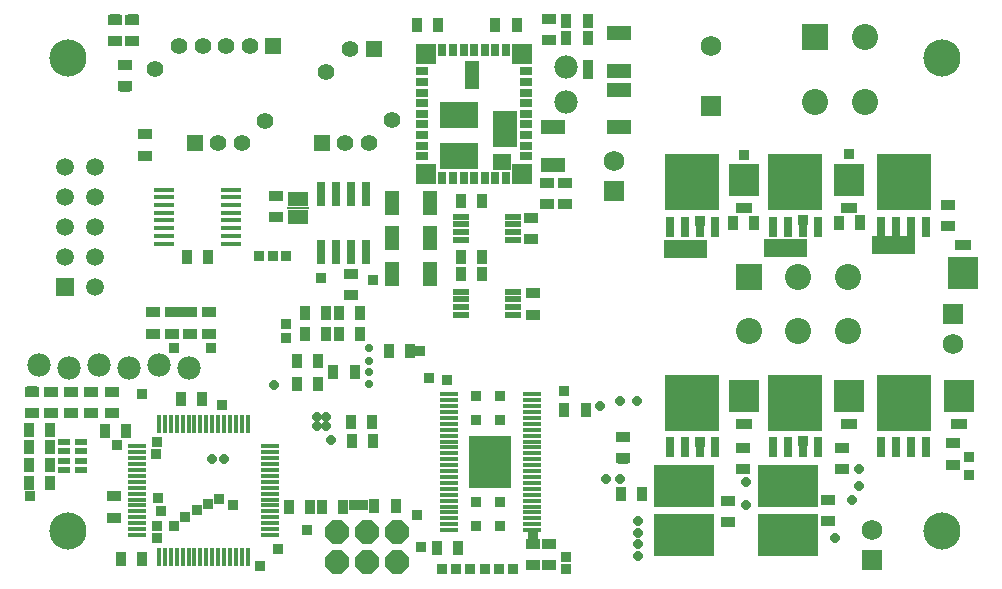
<source format=gts>
G75*
%MOIN*%
%OFA0B0*%
%FSLAX24Y24*%
%IPPOS*%
%LPD*%
%AMOC8*
5,1,8,0,0,1.08239X$1,22.5*
%
%ADD10R,0.0512X0.0355*%
%ADD11C,0.0780*%
%ADD12R,0.0355X0.0512*%
%ADD13R,0.0434X0.0237*%
%ADD14R,0.0260X0.0820*%
%ADD15R,0.0670X0.0500*%
%ADD16R,0.0720X0.0060*%
%ADD17C,0.1240*%
%ADD18C,0.0690*%
%ADD19R,0.0690X0.0690*%
%ADD20R,0.0700X0.0180*%
%ADD21C,0.0276*%
%ADD22R,0.0591X0.0158*%
%ADD23R,0.1410X0.1780*%
%ADD24C,0.0555*%
%ADD25R,0.0555X0.0555*%
%ADD26C,0.0552*%
%ADD27R,0.0867X0.0867*%
%ADD28C,0.0867*%
%ADD29R,0.0150X0.0620*%
%ADD30R,0.0620X0.0150*%
%ADD31OC8,0.0780*%
%ADD32R,0.0594X0.0594*%
%ADD33C,0.0594*%
%ADD34R,0.0670X0.0710*%
%ADD35R,0.0410X0.0280*%
%ADD36R,0.0280X0.0410*%
%ADD37R,0.0473X0.0926*%
%ADD38R,0.0843X0.1241*%
%ADD39R,0.1260X0.0906*%
%ADD40R,0.0591X0.0528*%
%ADD41R,0.0512X0.0827*%
%ADD42R,0.0827X0.0512*%
%ADD43R,0.0276X0.0690*%
%ADD44R,0.1812X0.1851*%
%ADD45R,0.0437X0.0437*%
%ADD46R,0.2040X0.1420*%
%ADD47R,0.1040X0.1091*%
%ADD48R,0.0540X0.0340*%
%ADD49R,0.0580X0.0220*%
%ADD50OC8,0.0317*%
%ADD51R,0.0317X0.0317*%
D10*
X003320Y005609D03*
X003320Y006317D03*
X003243Y009093D03*
X002550Y009093D03*
X001883Y009093D03*
X001224Y009093D03*
X000592Y009093D03*
X000592Y009802D03*
X001224Y009802D03*
X001883Y009802D03*
X002550Y009802D03*
X003243Y009802D03*
X004599Y011750D03*
X005229Y011750D03*
X005859Y011750D03*
X006489Y011750D03*
X006489Y012459D03*
X005859Y012459D03*
X005229Y012459D03*
X004599Y012459D03*
X008724Y015623D03*
X008724Y016331D03*
X011218Y013731D03*
X011218Y013022D03*
X017277Y013089D03*
X017277Y012380D03*
X017218Y014900D03*
X017218Y015609D03*
X017751Y016061D03*
X018342Y016061D03*
X018342Y016770D03*
X017751Y016770D03*
X017798Y021534D03*
X017798Y022243D03*
X004353Y018384D03*
X004353Y017676D03*
X003684Y019998D03*
X003684Y020707D03*
X003920Y021495D03*
X003349Y021495D03*
X003349Y022203D03*
X003920Y022203D03*
X020269Y008306D03*
X020269Y007597D03*
X023773Y006160D03*
X023773Y005451D03*
X024285Y007223D03*
X024285Y007932D03*
X027119Y006199D03*
X027119Y005491D03*
X027592Y007223D03*
X027592Y007932D03*
X031292Y008089D03*
X031292Y007380D03*
X031096Y015333D03*
X031096Y016042D03*
X017828Y004743D03*
X017277Y004743D03*
X017277Y004034D03*
X017828Y004034D03*
D11*
X005824Y010608D03*
X004824Y010708D03*
X003824Y010608D03*
X002824Y010708D03*
X001824Y010608D03*
X000824Y010708D03*
X018389Y019480D03*
X018389Y020620D03*
D12*
X018389Y021613D03*
X018389Y022164D03*
X019098Y022164D03*
X019098Y021613D03*
X016735Y022026D03*
X016027Y022026D03*
X014117Y022046D03*
X013409Y022046D03*
X014875Y016180D03*
X015584Y016180D03*
X015584Y014290D03*
X014875Y014290D03*
X014875Y013719D03*
X015584Y013719D03*
X013186Y011182D03*
X012477Y011182D03*
X011519Y011731D03*
X010810Y011731D03*
X010377Y011731D03*
X009668Y011731D03*
X009668Y012439D03*
X010377Y012439D03*
X010810Y012439D03*
X011519Y012439D03*
X010111Y010845D03*
X010623Y010451D03*
X010111Y010058D03*
X009403Y010058D03*
X009403Y010845D03*
X011332Y010451D03*
X011218Y008813D03*
X011229Y008176D03*
X011938Y008176D03*
X011926Y008813D03*
X011989Y005991D03*
X012698Y005991D03*
X010954Y005983D03*
X010245Y005983D03*
X009849Y005977D03*
X009141Y005977D03*
X006255Y009552D03*
X005546Y009552D03*
X003725Y008502D03*
X003017Y008502D03*
X001194Y008542D03*
X000485Y008542D03*
X000485Y007951D03*
X000485Y007361D03*
X001194Y007361D03*
X001194Y007951D03*
X001194Y006770D03*
X000485Y006770D03*
X003548Y004237D03*
X004257Y004237D03*
X014072Y004605D03*
X014781Y004605D03*
X020198Y006396D03*
X020907Y006396D03*
X019029Y009191D03*
X018320Y009191D03*
X023930Y015432D03*
X024639Y015432D03*
X027474Y015432D03*
X028182Y015432D03*
X006458Y014306D03*
X005749Y014306D03*
D13*
X002198Y008138D03*
X002198Y007823D03*
X002198Y007508D03*
X002198Y007193D03*
X001647Y007193D03*
X001647Y007508D03*
X001647Y007823D03*
X001647Y008138D03*
D14*
X010216Y014475D03*
X010716Y014475D03*
X011216Y014475D03*
X011716Y014475D03*
X011716Y016415D03*
X011216Y016415D03*
X010716Y016415D03*
X010216Y016415D03*
D15*
X009436Y016249D03*
X009436Y015649D03*
D16*
X009436Y015949D03*
D17*
X001765Y020924D03*
X001765Y005176D03*
X030899Y005176D03*
X030899Y020924D03*
D18*
X023223Y021320D03*
X019993Y017497D03*
X031292Y011408D03*
X028576Y005203D03*
D19*
X028576Y004203D03*
X031292Y012408D03*
X023223Y019320D03*
X019993Y016497D03*
D20*
X007204Y016548D03*
X007204Y016288D03*
X007204Y016028D03*
X007204Y015778D03*
X007204Y015518D03*
X007204Y015268D03*
X007204Y015008D03*
X007204Y014748D03*
X004984Y014748D03*
X004984Y015008D03*
X004984Y015268D03*
X004984Y015518D03*
X004984Y015778D03*
X004984Y016028D03*
X004984Y016288D03*
X004984Y016548D03*
D21*
X011816Y011266D03*
X011812Y010833D03*
X011812Y010451D03*
X011804Y010077D03*
D22*
X014462Y009723D03*
X014462Y009526D03*
X014462Y009329D03*
X014462Y009132D03*
X014462Y008936D03*
X014462Y008739D03*
X014462Y008542D03*
X014462Y008345D03*
X014462Y008148D03*
X014462Y007951D03*
X014462Y007754D03*
X014462Y007558D03*
X014462Y007361D03*
X014462Y007164D03*
X014462Y006967D03*
X014462Y006770D03*
X014462Y006573D03*
X014462Y006376D03*
X014462Y006180D03*
X014462Y005983D03*
X014462Y005786D03*
X014462Y005589D03*
X014462Y005392D03*
X014462Y005195D03*
X017257Y005195D03*
X017257Y005392D03*
X017257Y005589D03*
X017257Y005786D03*
X017257Y005983D03*
X017257Y006180D03*
X017257Y006376D03*
X017257Y006573D03*
X017257Y006770D03*
X017257Y006967D03*
X017257Y007164D03*
X017257Y007361D03*
X017257Y007558D03*
X017257Y007754D03*
X017257Y007951D03*
X017257Y008148D03*
X017257Y008345D03*
X017257Y008542D03*
X017257Y008739D03*
X017257Y008936D03*
X017257Y009132D03*
X017257Y009329D03*
X017257Y009526D03*
X017257Y009723D03*
D23*
X015859Y007459D03*
D24*
X011804Y018109D03*
X011017Y018109D03*
X007572Y018089D03*
X006785Y018089D03*
X011174Y021219D03*
X007838Y021317D03*
X007050Y021317D03*
X006263Y021317D03*
X005475Y021317D03*
D25*
X008625Y021317D03*
X011962Y021219D03*
X010229Y018109D03*
X005997Y018089D03*
D26*
X008359Y018837D03*
X010387Y020471D03*
X012592Y018857D03*
X004688Y020569D03*
D27*
X024462Y013621D03*
X026676Y021632D03*
D28*
X028330Y021632D03*
X028330Y019467D03*
X026676Y019467D03*
X026115Y013621D03*
X027769Y013621D03*
X027769Y011849D03*
X026115Y011849D03*
X024462Y011849D03*
D29*
X007772Y008724D03*
X007572Y008724D03*
X007372Y008724D03*
X007182Y008724D03*
X006982Y008724D03*
X006782Y008724D03*
X006592Y008724D03*
X006392Y008724D03*
X006192Y008724D03*
X005992Y008724D03*
X005802Y008724D03*
X005602Y008724D03*
X005402Y008724D03*
X005212Y008724D03*
X005012Y008724D03*
X004812Y008724D03*
X004812Y004304D03*
X005012Y004304D03*
X005212Y004304D03*
X005402Y004304D03*
X005602Y004304D03*
X005802Y004304D03*
X005992Y004304D03*
X006192Y004304D03*
X006392Y004304D03*
X006592Y004304D03*
X006782Y004304D03*
X006982Y004304D03*
X007182Y004304D03*
X007372Y004304D03*
X007572Y004304D03*
X007772Y004304D03*
D30*
X008502Y005034D03*
X008502Y005234D03*
X008502Y005434D03*
X008502Y005624D03*
X008502Y005824D03*
X008502Y006024D03*
X008502Y006214D03*
X008502Y006414D03*
X008502Y006614D03*
X008502Y006814D03*
X008502Y007004D03*
X008502Y007204D03*
X008502Y007404D03*
X008502Y007594D03*
X008502Y007794D03*
X008502Y007994D03*
X004082Y007994D03*
X004082Y007794D03*
X004082Y007594D03*
X004082Y007404D03*
X004082Y007204D03*
X004082Y007004D03*
X004082Y006814D03*
X004082Y006614D03*
X004082Y006414D03*
X004082Y006214D03*
X004082Y006024D03*
X004082Y005824D03*
X004082Y005624D03*
X004082Y005434D03*
X004082Y005234D03*
X004082Y005034D03*
D31*
X010755Y005124D03*
X011755Y005124D03*
X012755Y005124D03*
X012755Y004124D03*
X011755Y004124D03*
X010755Y004124D03*
D32*
X001678Y013304D03*
D33*
X002678Y013304D03*
X002678Y014304D03*
X001678Y014304D03*
X001678Y015304D03*
X002678Y015304D03*
X002678Y016304D03*
X001678Y016304D03*
X001678Y017304D03*
X002678Y017304D03*
D34*
X013704Y017081D03*
X016924Y017081D03*
X016924Y021061D03*
X013704Y021061D03*
D35*
X013574Y020491D03*
X013574Y020131D03*
X013574Y019781D03*
X013574Y019421D03*
X013574Y019071D03*
X013574Y018721D03*
X013574Y018361D03*
X013574Y018011D03*
X013574Y017651D03*
X017054Y017651D03*
X017054Y018011D03*
X017054Y018361D03*
X017054Y018721D03*
X017054Y019071D03*
X017054Y019421D03*
X017054Y019781D03*
X017054Y020131D03*
X017054Y020491D03*
D36*
X016374Y021211D03*
X016024Y021211D03*
X015664Y021211D03*
X015314Y021211D03*
X014964Y021211D03*
X014604Y021211D03*
X014254Y021211D03*
X014254Y016931D03*
X014604Y016931D03*
X014964Y016931D03*
X015314Y016931D03*
X015664Y016931D03*
X016024Y016931D03*
X016374Y016931D03*
D37*
X015231Y020373D03*
D38*
X016361Y018554D03*
D39*
X014806Y019030D03*
X014806Y017660D03*
D40*
X016235Y017475D03*
D41*
X013842Y016101D03*
X012582Y016101D03*
X012582Y014920D03*
X013842Y014920D03*
X013842Y013739D03*
X012582Y013739D03*
D42*
X017936Y017380D03*
X017936Y018640D03*
X020161Y018621D03*
X020161Y019880D03*
X020161Y020510D03*
X020161Y021770D03*
D43*
X021842Y015313D03*
X022342Y015313D03*
X022842Y015313D03*
X023342Y015313D03*
X025267Y015313D03*
X025767Y015313D03*
X026267Y015313D03*
X026767Y015313D03*
X028889Y015313D03*
X029389Y015313D03*
X029889Y015313D03*
X030389Y015313D03*
X030389Y007951D03*
X029889Y007951D03*
X029389Y007951D03*
X028889Y007951D03*
X026767Y007951D03*
X026267Y007951D03*
X025767Y007951D03*
X025267Y007951D03*
X023342Y007951D03*
X022842Y007951D03*
X022342Y007951D03*
X021842Y007951D03*
D44*
X022592Y009447D03*
X026017Y009447D03*
X029639Y009447D03*
X029639Y016810D03*
X026017Y016810D03*
X022592Y016810D03*
D45*
X022592Y016857D03*
X023092Y016857D03*
X023092Y017357D03*
X022592Y017357D03*
X022092Y017357D03*
X022092Y016857D03*
X022092Y016357D03*
X022592Y016357D03*
X023092Y016357D03*
X025517Y016357D03*
X026017Y016357D03*
X026017Y016857D03*
X025517Y016857D03*
X025517Y017357D03*
X026017Y017357D03*
X026517Y017357D03*
X026517Y016857D03*
X026517Y016357D03*
X029139Y016357D03*
X029639Y016357D03*
X029639Y016857D03*
X029139Y016857D03*
X029139Y017357D03*
X029639Y017357D03*
X030139Y017357D03*
X030139Y016857D03*
X030139Y016357D03*
X030139Y009995D03*
X029639Y009995D03*
X029139Y009995D03*
X029139Y009495D03*
X029639Y009495D03*
X030139Y009495D03*
X030139Y008995D03*
X029639Y008995D03*
X029139Y008995D03*
X026517Y008995D03*
X026517Y009495D03*
X026517Y009995D03*
X026017Y009995D03*
X025517Y009995D03*
X025517Y009495D03*
X026017Y009495D03*
X026017Y008995D03*
X025517Y008995D03*
X023092Y008995D03*
X022592Y008995D03*
X022592Y009495D03*
X023092Y009495D03*
X023092Y009995D03*
X022592Y009995D03*
X022092Y009995D03*
X022092Y009495D03*
X022092Y008995D03*
D46*
X022316Y006674D03*
X022316Y005044D03*
X025781Y005044D03*
X025781Y006674D03*
D47*
X024304Y009664D03*
X027808Y009664D03*
X031479Y009664D03*
X031617Y013768D03*
X027828Y016869D03*
X024304Y016869D03*
D48*
X024304Y015943D03*
X027828Y015943D03*
X031617Y014694D03*
X031479Y008738D03*
X027808Y008738D03*
X024304Y008738D03*
D49*
X016601Y012374D03*
X016601Y012624D03*
X016601Y012884D03*
X016601Y013134D03*
X014881Y013134D03*
X014881Y012884D03*
X014881Y012624D03*
X014881Y012374D03*
X014881Y014874D03*
X014881Y015124D03*
X014881Y015384D03*
X014881Y015634D03*
X016601Y015634D03*
X016601Y015384D03*
X016601Y015124D03*
X016601Y014874D03*
D50*
X020170Y009487D03*
X020731Y009497D03*
X019521Y009349D03*
X019718Y006908D03*
X020190Y006908D03*
X020781Y005491D03*
X020781Y005097D03*
X020781Y004723D03*
X020781Y004329D03*
X024363Y006042D03*
X024363Y006790D03*
X027340Y004947D03*
X027907Y006199D03*
X028143Y006672D03*
X028143Y007223D03*
X010544Y008207D03*
X010377Y008670D03*
X010082Y008670D03*
X010082Y008975D03*
X010377Y008975D03*
X008635Y010018D03*
X006981Y007567D03*
X006588Y007567D03*
D51*
X003536Y004231D03*
X004257Y004223D03*
X004733Y004920D03*
X004733Y005345D03*
X004875Y005845D03*
X004777Y006278D03*
X005694Y005617D03*
X006076Y005861D03*
X006450Y006081D03*
X006804Y006239D03*
X007277Y006042D03*
X005300Y005329D03*
X003312Y005601D03*
X003320Y006317D03*
X004725Y007743D03*
X004729Y008124D03*
X003399Y008030D03*
X004245Y009723D03*
X005328Y011278D03*
X006529Y011278D03*
X006509Y012459D03*
X005544Y012459D03*
X004599Y012459D03*
X006458Y014306D03*
X008143Y014349D03*
X008615Y014349D03*
X009048Y014349D03*
X010214Y013593D03*
X011210Y013735D03*
X011954Y013542D03*
X011509Y012439D03*
X011509Y011731D03*
X013202Y011160D03*
X013517Y011160D03*
X013812Y010254D03*
X014403Y010195D03*
X015387Y009664D03*
X016174Y009664D03*
X016174Y008876D03*
X015387Y008876D03*
X015544Y008089D03*
X015859Y008089D03*
X016174Y008089D03*
X016174Y007774D03*
X015859Y007774D03*
X015544Y007774D03*
X015544Y007459D03*
X015544Y007144D03*
X015859Y007144D03*
X015859Y007459D03*
X016174Y007459D03*
X016174Y007144D03*
X016174Y006829D03*
X015859Y006829D03*
X015544Y006829D03*
X015387Y006121D03*
X016174Y006121D03*
X016174Y005333D03*
X015387Y005333D03*
X015190Y003916D03*
X014718Y003916D03*
X014245Y003916D03*
X013536Y004644D03*
X013418Y005707D03*
X011617Y006032D03*
X011302Y006032D03*
X010249Y005983D03*
X009846Y005983D03*
X009757Y005215D03*
X008773Y004565D03*
X008182Y003995D03*
X006922Y009369D03*
X009029Y011613D03*
X009029Y012065D03*
X009666Y011735D03*
X009670Y012447D03*
X014871Y016176D03*
X014767Y017439D03*
X015161Y017439D03*
X015161Y017833D03*
X014767Y017833D03*
X014373Y017833D03*
X014373Y017439D03*
X016224Y017479D03*
X018340Y016770D03*
X021804Y014703D03*
X021804Y014428D03*
X022080Y014428D03*
X022080Y014703D03*
X022355Y014703D03*
X022355Y014428D03*
X022631Y014428D03*
X022631Y014703D03*
X022907Y014703D03*
X022907Y014428D03*
X022848Y015510D03*
X024639Y015510D03*
X025131Y014743D03*
X025407Y014743D03*
X025682Y014743D03*
X025958Y014743D03*
X026233Y014743D03*
X026233Y014467D03*
X025958Y014467D03*
X025682Y014467D03*
X025407Y014467D03*
X025131Y014467D03*
X026273Y015530D03*
X028162Y015530D03*
X028753Y014841D03*
X028753Y014565D03*
X029029Y014565D03*
X029304Y014565D03*
X029580Y014565D03*
X029855Y014565D03*
X029855Y014841D03*
X029580Y014841D03*
X029304Y014841D03*
X029029Y014841D03*
X027828Y016869D03*
X027828Y017735D03*
X024324Y017715D03*
X024304Y016869D03*
X019117Y020412D03*
X019117Y020707D03*
X019107Y021613D03*
X020151Y021770D03*
X015239Y020353D03*
X003930Y022223D03*
X003340Y022223D03*
X003694Y019979D03*
X000584Y009821D03*
X000505Y006317D03*
X015662Y003916D03*
X016135Y003916D03*
X016607Y003916D03*
X017277Y004743D03*
X017749Y004743D03*
X017277Y005058D03*
X018379Y004310D03*
X018379Y003916D03*
X021765Y004664D03*
X022040Y004664D03*
X022040Y004939D03*
X021765Y004939D03*
X021765Y005215D03*
X022040Y005215D03*
X022040Y005491D03*
X021765Y005491D03*
X022316Y005491D03*
X022592Y005491D03*
X022867Y005491D03*
X022867Y005215D03*
X022592Y005215D03*
X022592Y004939D03*
X022592Y004664D03*
X022867Y004664D03*
X022867Y004939D03*
X022316Y004939D03*
X022316Y004664D03*
X022316Y005215D03*
X025190Y005254D03*
X025190Y004979D03*
X025466Y004979D03*
X025741Y004979D03*
X025741Y005254D03*
X025466Y005254D03*
X026017Y005254D03*
X026017Y004979D03*
X026292Y004979D03*
X026292Y005254D03*
X026292Y005530D03*
X026017Y005530D03*
X025741Y005530D03*
X025466Y005530D03*
X025190Y005530D03*
X025190Y004703D03*
X025466Y004703D03*
X025741Y004703D03*
X026017Y004703D03*
X026292Y004703D03*
X026273Y008168D03*
X027808Y009664D03*
X024304Y009664D03*
X022848Y008128D03*
X020269Y007577D03*
X018320Y009841D03*
X031804Y007617D03*
X031814Y007036D03*
M02*

</source>
